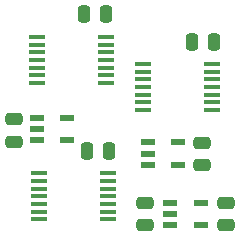
<source format=gtp>
%TF.GenerationSoftware,KiCad,Pcbnew,8.0.4*%
%TF.CreationDate,2024-08-21T09:46:42+02:00*%
%TF.ProjectId,Clock Transition,436c6f63-6b20-4547-9261-6e736974696f,V1*%
%TF.SameCoordinates,PX525bfc0PY43d3480*%
%TF.FileFunction,Paste,Top*%
%TF.FilePolarity,Positive*%
%FSLAX46Y46*%
G04 Gerber Fmt 4.6, Leading zero omitted, Abs format (unit mm)*
G04 Created by KiCad (PCBNEW 8.0.4) date 2024-08-21 09:46:42*
%MOMM*%
%LPD*%
G01*
G04 APERTURE LIST*
G04 Aperture macros list*
%AMRoundRect*
0 Rectangle with rounded corners*
0 $1 Rounding radius*
0 $2 $3 $4 $5 $6 $7 $8 $9 X,Y pos of 4 corners*
0 Add a 4 corners polygon primitive as box body*
4,1,4,$2,$3,$4,$5,$6,$7,$8,$9,$2,$3,0*
0 Add four circle primitives for the rounded corners*
1,1,$1+$1,$2,$3*
1,1,$1+$1,$4,$5*
1,1,$1+$1,$6,$7*
1,1,$1+$1,$8,$9*
0 Add four rect primitives between the rounded corners*
20,1,$1+$1,$2,$3,$4,$5,0*
20,1,$1+$1,$4,$5,$6,$7,0*
20,1,$1+$1,$6,$7,$8,$9,0*
20,1,$1+$1,$8,$9,$2,$3,0*%
G04 Aperture macros list end*
%ADD10R,1.475000X0.450000*%
%ADD11R,1.250000X0.600000*%
%ADD12RoundRect,0.250000X0.250000X0.475000X-0.250000X0.475000X-0.250000X-0.475000X0.250000X-0.475000X0*%
%ADD13RoundRect,0.250000X-0.475000X0.250000X-0.475000X-0.250000X0.475000X-0.250000X0.475000X0.250000X0*%
%ADD14RoundRect,0.250000X0.475000X-0.250000X0.475000X0.250000X-0.475000X0.250000X-0.475000X-0.250000X0*%
%ADD15R,1.150000X0.600000*%
G04 APERTURE END LIST*
D10*
%TO.C,IC5*%
X13318000Y-2495000D03*
X13318000Y-3145000D03*
X13318000Y-3795000D03*
X13318000Y-4445000D03*
X13318000Y-5095000D03*
X13318000Y-5745000D03*
X13318000Y-6395000D03*
X19194000Y-6395000D03*
X19194000Y-5745000D03*
X19194000Y-5095000D03*
X19194000Y-4445000D03*
X19194000Y-3795000D03*
X19194000Y-3145000D03*
X19194000Y-2495000D03*
%TD*%
D11*
%TO.C,IC3*%
X4338000Y-7051000D03*
X4338000Y-8001000D03*
X4338000Y-8951000D03*
X6838000Y-8951000D03*
X6838000Y-7051000D03*
%TD*%
%TO.C,IC1*%
X13756000Y-9149000D03*
X13756000Y-10099000D03*
X13756000Y-11049000D03*
X16256000Y-11049000D03*
X16256000Y-9149000D03*
%TD*%
D12*
%TO.C,C1*%
X19349000Y-635000D03*
X17449000Y-635000D03*
%TD*%
%TO.C,C2*%
X10459000Y-9861000D03*
X8559000Y-9861000D03*
%TD*%
D13*
%TO.C,C6*%
X2413000Y-7194000D03*
X2413000Y-9094000D03*
%TD*%
D12*
%TO.C,C3*%
X10205000Y1733000D03*
X8305000Y1733000D03*
%TD*%
D14*
%TO.C,C43*%
X13462000Y-16174000D03*
X13462000Y-14274000D03*
%TD*%
D15*
%TO.C,IC2*%
X15591000Y-14274000D03*
X15591000Y-15224000D03*
X15591000Y-16174000D03*
X18191000Y-16174000D03*
X18191000Y-14274000D03*
%TD*%
D13*
%TO.C,C5*%
X18308000Y-9165000D03*
X18308000Y-11065000D03*
%TD*%
D10*
%TO.C,IC4*%
X4465060Y-11751000D03*
X4465060Y-12401000D03*
X4465060Y-13051000D03*
X4465060Y-13701000D03*
X4465060Y-14351000D03*
X4465060Y-15001000D03*
X4465060Y-15651000D03*
X10341060Y-15651000D03*
X10341060Y-15001000D03*
X10341060Y-14351000D03*
X10341060Y-13701000D03*
X10341060Y-13051000D03*
X10341060Y-12401000D03*
X10341060Y-11751000D03*
%TD*%
D14*
%TO.C,C44*%
X20320000Y-16174000D03*
X20320000Y-14274000D03*
%TD*%
D10*
%TO.C,IC7*%
X4301000Y-209000D03*
X4301000Y-859000D03*
X4301000Y-1509000D03*
X4301000Y-2159000D03*
X4301000Y-2809000D03*
X4301000Y-3459000D03*
X4301000Y-4109000D03*
X10177000Y-4109000D03*
X10177000Y-3459000D03*
X10177000Y-2809000D03*
X10177000Y-2159000D03*
X10177000Y-1509000D03*
X10177000Y-859000D03*
X10177000Y-209000D03*
%TD*%
M02*

</source>
